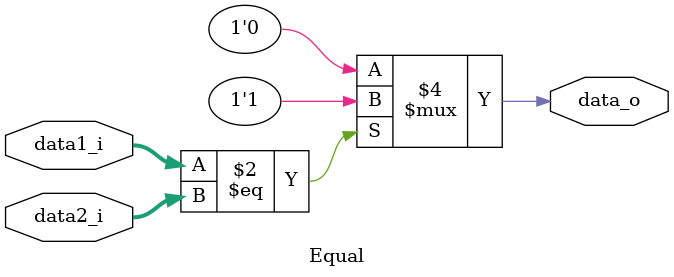
<source format=v>
module Equal (data1_i, data2_i, data_o);
	input	[31:0] 	data1_i, data2_i;
	output			data_o;

	reg				data_o;

	always @(*)
		begin
			if (data1_i == data2_i)
				data_o <= 1'b1;
			else data_o <= 1'b0;
		end
endmodule

</source>
